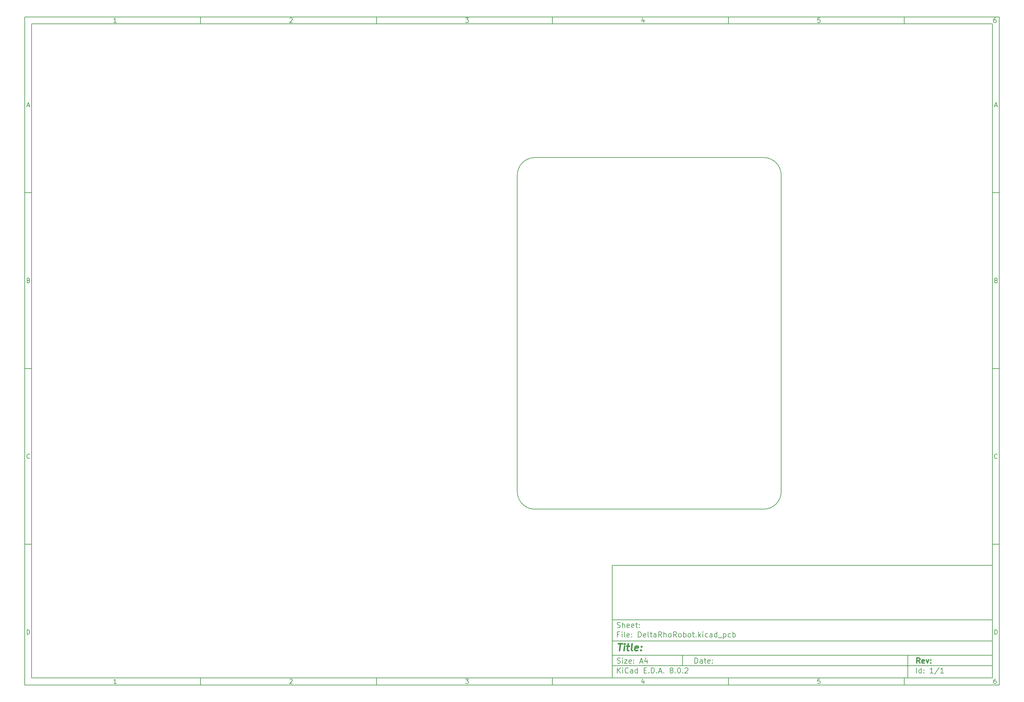
<source format=gbr>
%TF.GenerationSoftware,KiCad,Pcbnew,8.0.2-8.0.2-0~ubuntu22.04.1*%
%TF.CreationDate,2024-05-21T13:10:05-04:00*%
%TF.ProjectId,DeltaRhoRobot,44656c74-6152-4686-9f52-6f626f742e6b,rev?*%
%TF.SameCoordinates,Original*%
%TF.FileFunction,Profile,NP*%
%FSLAX46Y46*%
G04 Gerber Fmt 4.6, Leading zero omitted, Abs format (unit mm)*
G04 Created by KiCad (PCBNEW 8.0.2-8.0.2-0~ubuntu22.04.1) date 2024-05-21 13:10:05*
%MOMM*%
%LPD*%
G01*
G04 APERTURE LIST*
%ADD10C,0.100000*%
%ADD11C,0.150000*%
%ADD12C,0.300000*%
%ADD13C,0.400000*%
%TA.AperFunction,Profile*%
%ADD14C,0.200000*%
%TD*%
G04 APERTURE END LIST*
D10*
D11*
X177002200Y-166007200D02*
X285002200Y-166007200D01*
X285002200Y-198007200D01*
X177002200Y-198007200D01*
X177002200Y-166007200D01*
D10*
D11*
X10000000Y-10000000D02*
X287002200Y-10000000D01*
X287002200Y-200007200D01*
X10000000Y-200007200D01*
X10000000Y-10000000D01*
D10*
D11*
X12000000Y-12000000D02*
X285002200Y-12000000D01*
X285002200Y-198007200D01*
X12000000Y-198007200D01*
X12000000Y-12000000D01*
D10*
D11*
X60000000Y-12000000D02*
X60000000Y-10000000D01*
D10*
D11*
X110000000Y-12000000D02*
X110000000Y-10000000D01*
D10*
D11*
X160000000Y-12000000D02*
X160000000Y-10000000D01*
D10*
D11*
X210000000Y-12000000D02*
X210000000Y-10000000D01*
D10*
D11*
X260000000Y-12000000D02*
X260000000Y-10000000D01*
D10*
D11*
X36089160Y-11593604D02*
X35346303Y-11593604D01*
X35717731Y-11593604D02*
X35717731Y-10293604D01*
X35717731Y-10293604D02*
X35593922Y-10479319D01*
X35593922Y-10479319D02*
X35470112Y-10603128D01*
X35470112Y-10603128D02*
X35346303Y-10665033D01*
D10*
D11*
X85346303Y-10417414D02*
X85408207Y-10355509D01*
X85408207Y-10355509D02*
X85532017Y-10293604D01*
X85532017Y-10293604D02*
X85841541Y-10293604D01*
X85841541Y-10293604D02*
X85965350Y-10355509D01*
X85965350Y-10355509D02*
X86027255Y-10417414D01*
X86027255Y-10417414D02*
X86089160Y-10541223D01*
X86089160Y-10541223D02*
X86089160Y-10665033D01*
X86089160Y-10665033D02*
X86027255Y-10850747D01*
X86027255Y-10850747D02*
X85284398Y-11593604D01*
X85284398Y-11593604D02*
X86089160Y-11593604D01*
D10*
D11*
X135284398Y-10293604D02*
X136089160Y-10293604D01*
X136089160Y-10293604D02*
X135655826Y-10788842D01*
X135655826Y-10788842D02*
X135841541Y-10788842D01*
X135841541Y-10788842D02*
X135965350Y-10850747D01*
X135965350Y-10850747D02*
X136027255Y-10912652D01*
X136027255Y-10912652D02*
X136089160Y-11036461D01*
X136089160Y-11036461D02*
X136089160Y-11345985D01*
X136089160Y-11345985D02*
X136027255Y-11469795D01*
X136027255Y-11469795D02*
X135965350Y-11531700D01*
X135965350Y-11531700D02*
X135841541Y-11593604D01*
X135841541Y-11593604D02*
X135470112Y-11593604D01*
X135470112Y-11593604D02*
X135346303Y-11531700D01*
X135346303Y-11531700D02*
X135284398Y-11469795D01*
D10*
D11*
X185965350Y-10726938D02*
X185965350Y-11593604D01*
X185655826Y-10231700D02*
X185346303Y-11160271D01*
X185346303Y-11160271D02*
X186151064Y-11160271D01*
D10*
D11*
X236027255Y-10293604D02*
X235408207Y-10293604D01*
X235408207Y-10293604D02*
X235346303Y-10912652D01*
X235346303Y-10912652D02*
X235408207Y-10850747D01*
X235408207Y-10850747D02*
X235532017Y-10788842D01*
X235532017Y-10788842D02*
X235841541Y-10788842D01*
X235841541Y-10788842D02*
X235965350Y-10850747D01*
X235965350Y-10850747D02*
X236027255Y-10912652D01*
X236027255Y-10912652D02*
X236089160Y-11036461D01*
X236089160Y-11036461D02*
X236089160Y-11345985D01*
X236089160Y-11345985D02*
X236027255Y-11469795D01*
X236027255Y-11469795D02*
X235965350Y-11531700D01*
X235965350Y-11531700D02*
X235841541Y-11593604D01*
X235841541Y-11593604D02*
X235532017Y-11593604D01*
X235532017Y-11593604D02*
X235408207Y-11531700D01*
X235408207Y-11531700D02*
X235346303Y-11469795D01*
D10*
D11*
X285965350Y-10293604D02*
X285717731Y-10293604D01*
X285717731Y-10293604D02*
X285593922Y-10355509D01*
X285593922Y-10355509D02*
X285532017Y-10417414D01*
X285532017Y-10417414D02*
X285408207Y-10603128D01*
X285408207Y-10603128D02*
X285346303Y-10850747D01*
X285346303Y-10850747D02*
X285346303Y-11345985D01*
X285346303Y-11345985D02*
X285408207Y-11469795D01*
X285408207Y-11469795D02*
X285470112Y-11531700D01*
X285470112Y-11531700D02*
X285593922Y-11593604D01*
X285593922Y-11593604D02*
X285841541Y-11593604D01*
X285841541Y-11593604D02*
X285965350Y-11531700D01*
X285965350Y-11531700D02*
X286027255Y-11469795D01*
X286027255Y-11469795D02*
X286089160Y-11345985D01*
X286089160Y-11345985D02*
X286089160Y-11036461D01*
X286089160Y-11036461D02*
X286027255Y-10912652D01*
X286027255Y-10912652D02*
X285965350Y-10850747D01*
X285965350Y-10850747D02*
X285841541Y-10788842D01*
X285841541Y-10788842D02*
X285593922Y-10788842D01*
X285593922Y-10788842D02*
X285470112Y-10850747D01*
X285470112Y-10850747D02*
X285408207Y-10912652D01*
X285408207Y-10912652D02*
X285346303Y-11036461D01*
D10*
D11*
X60000000Y-198007200D02*
X60000000Y-200007200D01*
D10*
D11*
X110000000Y-198007200D02*
X110000000Y-200007200D01*
D10*
D11*
X160000000Y-198007200D02*
X160000000Y-200007200D01*
D10*
D11*
X210000000Y-198007200D02*
X210000000Y-200007200D01*
D10*
D11*
X260000000Y-198007200D02*
X260000000Y-200007200D01*
D10*
D11*
X36089160Y-199600804D02*
X35346303Y-199600804D01*
X35717731Y-199600804D02*
X35717731Y-198300804D01*
X35717731Y-198300804D02*
X35593922Y-198486519D01*
X35593922Y-198486519D02*
X35470112Y-198610328D01*
X35470112Y-198610328D02*
X35346303Y-198672233D01*
D10*
D11*
X85346303Y-198424614D02*
X85408207Y-198362709D01*
X85408207Y-198362709D02*
X85532017Y-198300804D01*
X85532017Y-198300804D02*
X85841541Y-198300804D01*
X85841541Y-198300804D02*
X85965350Y-198362709D01*
X85965350Y-198362709D02*
X86027255Y-198424614D01*
X86027255Y-198424614D02*
X86089160Y-198548423D01*
X86089160Y-198548423D02*
X86089160Y-198672233D01*
X86089160Y-198672233D02*
X86027255Y-198857947D01*
X86027255Y-198857947D02*
X85284398Y-199600804D01*
X85284398Y-199600804D02*
X86089160Y-199600804D01*
D10*
D11*
X135284398Y-198300804D02*
X136089160Y-198300804D01*
X136089160Y-198300804D02*
X135655826Y-198796042D01*
X135655826Y-198796042D02*
X135841541Y-198796042D01*
X135841541Y-198796042D02*
X135965350Y-198857947D01*
X135965350Y-198857947D02*
X136027255Y-198919852D01*
X136027255Y-198919852D02*
X136089160Y-199043661D01*
X136089160Y-199043661D02*
X136089160Y-199353185D01*
X136089160Y-199353185D02*
X136027255Y-199476995D01*
X136027255Y-199476995D02*
X135965350Y-199538900D01*
X135965350Y-199538900D02*
X135841541Y-199600804D01*
X135841541Y-199600804D02*
X135470112Y-199600804D01*
X135470112Y-199600804D02*
X135346303Y-199538900D01*
X135346303Y-199538900D02*
X135284398Y-199476995D01*
D10*
D11*
X185965350Y-198734138D02*
X185965350Y-199600804D01*
X185655826Y-198238900D02*
X185346303Y-199167471D01*
X185346303Y-199167471D02*
X186151064Y-199167471D01*
D10*
D11*
X236027255Y-198300804D02*
X235408207Y-198300804D01*
X235408207Y-198300804D02*
X235346303Y-198919852D01*
X235346303Y-198919852D02*
X235408207Y-198857947D01*
X235408207Y-198857947D02*
X235532017Y-198796042D01*
X235532017Y-198796042D02*
X235841541Y-198796042D01*
X235841541Y-198796042D02*
X235965350Y-198857947D01*
X235965350Y-198857947D02*
X236027255Y-198919852D01*
X236027255Y-198919852D02*
X236089160Y-199043661D01*
X236089160Y-199043661D02*
X236089160Y-199353185D01*
X236089160Y-199353185D02*
X236027255Y-199476995D01*
X236027255Y-199476995D02*
X235965350Y-199538900D01*
X235965350Y-199538900D02*
X235841541Y-199600804D01*
X235841541Y-199600804D02*
X235532017Y-199600804D01*
X235532017Y-199600804D02*
X235408207Y-199538900D01*
X235408207Y-199538900D02*
X235346303Y-199476995D01*
D10*
D11*
X285965350Y-198300804D02*
X285717731Y-198300804D01*
X285717731Y-198300804D02*
X285593922Y-198362709D01*
X285593922Y-198362709D02*
X285532017Y-198424614D01*
X285532017Y-198424614D02*
X285408207Y-198610328D01*
X285408207Y-198610328D02*
X285346303Y-198857947D01*
X285346303Y-198857947D02*
X285346303Y-199353185D01*
X285346303Y-199353185D02*
X285408207Y-199476995D01*
X285408207Y-199476995D02*
X285470112Y-199538900D01*
X285470112Y-199538900D02*
X285593922Y-199600804D01*
X285593922Y-199600804D02*
X285841541Y-199600804D01*
X285841541Y-199600804D02*
X285965350Y-199538900D01*
X285965350Y-199538900D02*
X286027255Y-199476995D01*
X286027255Y-199476995D02*
X286089160Y-199353185D01*
X286089160Y-199353185D02*
X286089160Y-199043661D01*
X286089160Y-199043661D02*
X286027255Y-198919852D01*
X286027255Y-198919852D02*
X285965350Y-198857947D01*
X285965350Y-198857947D02*
X285841541Y-198796042D01*
X285841541Y-198796042D02*
X285593922Y-198796042D01*
X285593922Y-198796042D02*
X285470112Y-198857947D01*
X285470112Y-198857947D02*
X285408207Y-198919852D01*
X285408207Y-198919852D02*
X285346303Y-199043661D01*
D10*
D11*
X10000000Y-60000000D02*
X12000000Y-60000000D01*
D10*
D11*
X10000000Y-110000000D02*
X12000000Y-110000000D01*
D10*
D11*
X10000000Y-160000000D02*
X12000000Y-160000000D01*
D10*
D11*
X10690476Y-35222176D02*
X11309523Y-35222176D01*
X10566666Y-35593604D02*
X10999999Y-34293604D01*
X10999999Y-34293604D02*
X11433333Y-35593604D01*
D10*
D11*
X11092857Y-84912652D02*
X11278571Y-84974557D01*
X11278571Y-84974557D02*
X11340476Y-85036461D01*
X11340476Y-85036461D02*
X11402380Y-85160271D01*
X11402380Y-85160271D02*
X11402380Y-85345985D01*
X11402380Y-85345985D02*
X11340476Y-85469795D01*
X11340476Y-85469795D02*
X11278571Y-85531700D01*
X11278571Y-85531700D02*
X11154761Y-85593604D01*
X11154761Y-85593604D02*
X10659523Y-85593604D01*
X10659523Y-85593604D02*
X10659523Y-84293604D01*
X10659523Y-84293604D02*
X11092857Y-84293604D01*
X11092857Y-84293604D02*
X11216666Y-84355509D01*
X11216666Y-84355509D02*
X11278571Y-84417414D01*
X11278571Y-84417414D02*
X11340476Y-84541223D01*
X11340476Y-84541223D02*
X11340476Y-84665033D01*
X11340476Y-84665033D02*
X11278571Y-84788842D01*
X11278571Y-84788842D02*
X11216666Y-84850747D01*
X11216666Y-84850747D02*
X11092857Y-84912652D01*
X11092857Y-84912652D02*
X10659523Y-84912652D01*
D10*
D11*
X11402380Y-135469795D02*
X11340476Y-135531700D01*
X11340476Y-135531700D02*
X11154761Y-135593604D01*
X11154761Y-135593604D02*
X11030952Y-135593604D01*
X11030952Y-135593604D02*
X10845238Y-135531700D01*
X10845238Y-135531700D02*
X10721428Y-135407890D01*
X10721428Y-135407890D02*
X10659523Y-135284080D01*
X10659523Y-135284080D02*
X10597619Y-135036461D01*
X10597619Y-135036461D02*
X10597619Y-134850747D01*
X10597619Y-134850747D02*
X10659523Y-134603128D01*
X10659523Y-134603128D02*
X10721428Y-134479319D01*
X10721428Y-134479319D02*
X10845238Y-134355509D01*
X10845238Y-134355509D02*
X11030952Y-134293604D01*
X11030952Y-134293604D02*
X11154761Y-134293604D01*
X11154761Y-134293604D02*
X11340476Y-134355509D01*
X11340476Y-134355509D02*
X11402380Y-134417414D01*
D10*
D11*
X10659523Y-185593604D02*
X10659523Y-184293604D01*
X10659523Y-184293604D02*
X10969047Y-184293604D01*
X10969047Y-184293604D02*
X11154761Y-184355509D01*
X11154761Y-184355509D02*
X11278571Y-184479319D01*
X11278571Y-184479319D02*
X11340476Y-184603128D01*
X11340476Y-184603128D02*
X11402380Y-184850747D01*
X11402380Y-184850747D02*
X11402380Y-185036461D01*
X11402380Y-185036461D02*
X11340476Y-185284080D01*
X11340476Y-185284080D02*
X11278571Y-185407890D01*
X11278571Y-185407890D02*
X11154761Y-185531700D01*
X11154761Y-185531700D02*
X10969047Y-185593604D01*
X10969047Y-185593604D02*
X10659523Y-185593604D01*
D10*
D11*
X287002200Y-60000000D02*
X285002200Y-60000000D01*
D10*
D11*
X287002200Y-110000000D02*
X285002200Y-110000000D01*
D10*
D11*
X287002200Y-160000000D02*
X285002200Y-160000000D01*
D10*
D11*
X285692676Y-35222176D02*
X286311723Y-35222176D01*
X285568866Y-35593604D02*
X286002199Y-34293604D01*
X286002199Y-34293604D02*
X286435533Y-35593604D01*
D10*
D11*
X286095057Y-84912652D02*
X286280771Y-84974557D01*
X286280771Y-84974557D02*
X286342676Y-85036461D01*
X286342676Y-85036461D02*
X286404580Y-85160271D01*
X286404580Y-85160271D02*
X286404580Y-85345985D01*
X286404580Y-85345985D02*
X286342676Y-85469795D01*
X286342676Y-85469795D02*
X286280771Y-85531700D01*
X286280771Y-85531700D02*
X286156961Y-85593604D01*
X286156961Y-85593604D02*
X285661723Y-85593604D01*
X285661723Y-85593604D02*
X285661723Y-84293604D01*
X285661723Y-84293604D02*
X286095057Y-84293604D01*
X286095057Y-84293604D02*
X286218866Y-84355509D01*
X286218866Y-84355509D02*
X286280771Y-84417414D01*
X286280771Y-84417414D02*
X286342676Y-84541223D01*
X286342676Y-84541223D02*
X286342676Y-84665033D01*
X286342676Y-84665033D02*
X286280771Y-84788842D01*
X286280771Y-84788842D02*
X286218866Y-84850747D01*
X286218866Y-84850747D02*
X286095057Y-84912652D01*
X286095057Y-84912652D02*
X285661723Y-84912652D01*
D10*
D11*
X286404580Y-135469795D02*
X286342676Y-135531700D01*
X286342676Y-135531700D02*
X286156961Y-135593604D01*
X286156961Y-135593604D02*
X286033152Y-135593604D01*
X286033152Y-135593604D02*
X285847438Y-135531700D01*
X285847438Y-135531700D02*
X285723628Y-135407890D01*
X285723628Y-135407890D02*
X285661723Y-135284080D01*
X285661723Y-135284080D02*
X285599819Y-135036461D01*
X285599819Y-135036461D02*
X285599819Y-134850747D01*
X285599819Y-134850747D02*
X285661723Y-134603128D01*
X285661723Y-134603128D02*
X285723628Y-134479319D01*
X285723628Y-134479319D02*
X285847438Y-134355509D01*
X285847438Y-134355509D02*
X286033152Y-134293604D01*
X286033152Y-134293604D02*
X286156961Y-134293604D01*
X286156961Y-134293604D02*
X286342676Y-134355509D01*
X286342676Y-134355509D02*
X286404580Y-134417414D01*
D10*
D11*
X285661723Y-185593604D02*
X285661723Y-184293604D01*
X285661723Y-184293604D02*
X285971247Y-184293604D01*
X285971247Y-184293604D02*
X286156961Y-184355509D01*
X286156961Y-184355509D02*
X286280771Y-184479319D01*
X286280771Y-184479319D02*
X286342676Y-184603128D01*
X286342676Y-184603128D02*
X286404580Y-184850747D01*
X286404580Y-184850747D02*
X286404580Y-185036461D01*
X286404580Y-185036461D02*
X286342676Y-185284080D01*
X286342676Y-185284080D02*
X286280771Y-185407890D01*
X286280771Y-185407890D02*
X286156961Y-185531700D01*
X286156961Y-185531700D02*
X285971247Y-185593604D01*
X285971247Y-185593604D02*
X285661723Y-185593604D01*
D10*
D11*
X200458026Y-193793328D02*
X200458026Y-192293328D01*
X200458026Y-192293328D02*
X200815169Y-192293328D01*
X200815169Y-192293328D02*
X201029455Y-192364757D01*
X201029455Y-192364757D02*
X201172312Y-192507614D01*
X201172312Y-192507614D02*
X201243741Y-192650471D01*
X201243741Y-192650471D02*
X201315169Y-192936185D01*
X201315169Y-192936185D02*
X201315169Y-193150471D01*
X201315169Y-193150471D02*
X201243741Y-193436185D01*
X201243741Y-193436185D02*
X201172312Y-193579042D01*
X201172312Y-193579042D02*
X201029455Y-193721900D01*
X201029455Y-193721900D02*
X200815169Y-193793328D01*
X200815169Y-193793328D02*
X200458026Y-193793328D01*
X202600884Y-193793328D02*
X202600884Y-193007614D01*
X202600884Y-193007614D02*
X202529455Y-192864757D01*
X202529455Y-192864757D02*
X202386598Y-192793328D01*
X202386598Y-192793328D02*
X202100884Y-192793328D01*
X202100884Y-192793328D02*
X201958026Y-192864757D01*
X202600884Y-193721900D02*
X202458026Y-193793328D01*
X202458026Y-193793328D02*
X202100884Y-193793328D01*
X202100884Y-193793328D02*
X201958026Y-193721900D01*
X201958026Y-193721900D02*
X201886598Y-193579042D01*
X201886598Y-193579042D02*
X201886598Y-193436185D01*
X201886598Y-193436185D02*
X201958026Y-193293328D01*
X201958026Y-193293328D02*
X202100884Y-193221900D01*
X202100884Y-193221900D02*
X202458026Y-193221900D01*
X202458026Y-193221900D02*
X202600884Y-193150471D01*
X203100884Y-192793328D02*
X203672312Y-192793328D01*
X203315169Y-192293328D02*
X203315169Y-193579042D01*
X203315169Y-193579042D02*
X203386598Y-193721900D01*
X203386598Y-193721900D02*
X203529455Y-193793328D01*
X203529455Y-193793328D02*
X203672312Y-193793328D01*
X204743741Y-193721900D02*
X204600884Y-193793328D01*
X204600884Y-193793328D02*
X204315170Y-193793328D01*
X204315170Y-193793328D02*
X204172312Y-193721900D01*
X204172312Y-193721900D02*
X204100884Y-193579042D01*
X204100884Y-193579042D02*
X204100884Y-193007614D01*
X204100884Y-193007614D02*
X204172312Y-192864757D01*
X204172312Y-192864757D02*
X204315170Y-192793328D01*
X204315170Y-192793328D02*
X204600884Y-192793328D01*
X204600884Y-192793328D02*
X204743741Y-192864757D01*
X204743741Y-192864757D02*
X204815170Y-193007614D01*
X204815170Y-193007614D02*
X204815170Y-193150471D01*
X204815170Y-193150471D02*
X204100884Y-193293328D01*
X205458026Y-193650471D02*
X205529455Y-193721900D01*
X205529455Y-193721900D02*
X205458026Y-193793328D01*
X205458026Y-193793328D02*
X205386598Y-193721900D01*
X205386598Y-193721900D02*
X205458026Y-193650471D01*
X205458026Y-193650471D02*
X205458026Y-193793328D01*
X205458026Y-192864757D02*
X205529455Y-192936185D01*
X205529455Y-192936185D02*
X205458026Y-193007614D01*
X205458026Y-193007614D02*
X205386598Y-192936185D01*
X205386598Y-192936185D02*
X205458026Y-192864757D01*
X205458026Y-192864757D02*
X205458026Y-193007614D01*
D10*
D11*
X177002200Y-194507200D02*
X285002200Y-194507200D01*
D10*
D11*
X178458026Y-196593328D02*
X178458026Y-195093328D01*
X179315169Y-196593328D02*
X178672312Y-195736185D01*
X179315169Y-195093328D02*
X178458026Y-195950471D01*
X179958026Y-196593328D02*
X179958026Y-195593328D01*
X179958026Y-195093328D02*
X179886598Y-195164757D01*
X179886598Y-195164757D02*
X179958026Y-195236185D01*
X179958026Y-195236185D02*
X180029455Y-195164757D01*
X180029455Y-195164757D02*
X179958026Y-195093328D01*
X179958026Y-195093328D02*
X179958026Y-195236185D01*
X181529455Y-196450471D02*
X181458027Y-196521900D01*
X181458027Y-196521900D02*
X181243741Y-196593328D01*
X181243741Y-196593328D02*
X181100884Y-196593328D01*
X181100884Y-196593328D02*
X180886598Y-196521900D01*
X180886598Y-196521900D02*
X180743741Y-196379042D01*
X180743741Y-196379042D02*
X180672312Y-196236185D01*
X180672312Y-196236185D02*
X180600884Y-195950471D01*
X180600884Y-195950471D02*
X180600884Y-195736185D01*
X180600884Y-195736185D02*
X180672312Y-195450471D01*
X180672312Y-195450471D02*
X180743741Y-195307614D01*
X180743741Y-195307614D02*
X180886598Y-195164757D01*
X180886598Y-195164757D02*
X181100884Y-195093328D01*
X181100884Y-195093328D02*
X181243741Y-195093328D01*
X181243741Y-195093328D02*
X181458027Y-195164757D01*
X181458027Y-195164757D02*
X181529455Y-195236185D01*
X182815170Y-196593328D02*
X182815170Y-195807614D01*
X182815170Y-195807614D02*
X182743741Y-195664757D01*
X182743741Y-195664757D02*
X182600884Y-195593328D01*
X182600884Y-195593328D02*
X182315170Y-195593328D01*
X182315170Y-195593328D02*
X182172312Y-195664757D01*
X182815170Y-196521900D02*
X182672312Y-196593328D01*
X182672312Y-196593328D02*
X182315170Y-196593328D01*
X182315170Y-196593328D02*
X182172312Y-196521900D01*
X182172312Y-196521900D02*
X182100884Y-196379042D01*
X182100884Y-196379042D02*
X182100884Y-196236185D01*
X182100884Y-196236185D02*
X182172312Y-196093328D01*
X182172312Y-196093328D02*
X182315170Y-196021900D01*
X182315170Y-196021900D02*
X182672312Y-196021900D01*
X182672312Y-196021900D02*
X182815170Y-195950471D01*
X184172313Y-196593328D02*
X184172313Y-195093328D01*
X184172313Y-196521900D02*
X184029455Y-196593328D01*
X184029455Y-196593328D02*
X183743741Y-196593328D01*
X183743741Y-196593328D02*
X183600884Y-196521900D01*
X183600884Y-196521900D02*
X183529455Y-196450471D01*
X183529455Y-196450471D02*
X183458027Y-196307614D01*
X183458027Y-196307614D02*
X183458027Y-195879042D01*
X183458027Y-195879042D02*
X183529455Y-195736185D01*
X183529455Y-195736185D02*
X183600884Y-195664757D01*
X183600884Y-195664757D02*
X183743741Y-195593328D01*
X183743741Y-195593328D02*
X184029455Y-195593328D01*
X184029455Y-195593328D02*
X184172313Y-195664757D01*
X186029455Y-195807614D02*
X186529455Y-195807614D01*
X186743741Y-196593328D02*
X186029455Y-196593328D01*
X186029455Y-196593328D02*
X186029455Y-195093328D01*
X186029455Y-195093328D02*
X186743741Y-195093328D01*
X187386598Y-196450471D02*
X187458027Y-196521900D01*
X187458027Y-196521900D02*
X187386598Y-196593328D01*
X187386598Y-196593328D02*
X187315170Y-196521900D01*
X187315170Y-196521900D02*
X187386598Y-196450471D01*
X187386598Y-196450471D02*
X187386598Y-196593328D01*
X188100884Y-196593328D02*
X188100884Y-195093328D01*
X188100884Y-195093328D02*
X188458027Y-195093328D01*
X188458027Y-195093328D02*
X188672313Y-195164757D01*
X188672313Y-195164757D02*
X188815170Y-195307614D01*
X188815170Y-195307614D02*
X188886599Y-195450471D01*
X188886599Y-195450471D02*
X188958027Y-195736185D01*
X188958027Y-195736185D02*
X188958027Y-195950471D01*
X188958027Y-195950471D02*
X188886599Y-196236185D01*
X188886599Y-196236185D02*
X188815170Y-196379042D01*
X188815170Y-196379042D02*
X188672313Y-196521900D01*
X188672313Y-196521900D02*
X188458027Y-196593328D01*
X188458027Y-196593328D02*
X188100884Y-196593328D01*
X189600884Y-196450471D02*
X189672313Y-196521900D01*
X189672313Y-196521900D02*
X189600884Y-196593328D01*
X189600884Y-196593328D02*
X189529456Y-196521900D01*
X189529456Y-196521900D02*
X189600884Y-196450471D01*
X189600884Y-196450471D02*
X189600884Y-196593328D01*
X190243742Y-196164757D02*
X190958028Y-196164757D01*
X190100885Y-196593328D02*
X190600885Y-195093328D01*
X190600885Y-195093328D02*
X191100885Y-196593328D01*
X191600884Y-196450471D02*
X191672313Y-196521900D01*
X191672313Y-196521900D02*
X191600884Y-196593328D01*
X191600884Y-196593328D02*
X191529456Y-196521900D01*
X191529456Y-196521900D02*
X191600884Y-196450471D01*
X191600884Y-196450471D02*
X191600884Y-196593328D01*
X193672313Y-195736185D02*
X193529456Y-195664757D01*
X193529456Y-195664757D02*
X193458027Y-195593328D01*
X193458027Y-195593328D02*
X193386599Y-195450471D01*
X193386599Y-195450471D02*
X193386599Y-195379042D01*
X193386599Y-195379042D02*
X193458027Y-195236185D01*
X193458027Y-195236185D02*
X193529456Y-195164757D01*
X193529456Y-195164757D02*
X193672313Y-195093328D01*
X193672313Y-195093328D02*
X193958027Y-195093328D01*
X193958027Y-195093328D02*
X194100885Y-195164757D01*
X194100885Y-195164757D02*
X194172313Y-195236185D01*
X194172313Y-195236185D02*
X194243742Y-195379042D01*
X194243742Y-195379042D02*
X194243742Y-195450471D01*
X194243742Y-195450471D02*
X194172313Y-195593328D01*
X194172313Y-195593328D02*
X194100885Y-195664757D01*
X194100885Y-195664757D02*
X193958027Y-195736185D01*
X193958027Y-195736185D02*
X193672313Y-195736185D01*
X193672313Y-195736185D02*
X193529456Y-195807614D01*
X193529456Y-195807614D02*
X193458027Y-195879042D01*
X193458027Y-195879042D02*
X193386599Y-196021900D01*
X193386599Y-196021900D02*
X193386599Y-196307614D01*
X193386599Y-196307614D02*
X193458027Y-196450471D01*
X193458027Y-196450471D02*
X193529456Y-196521900D01*
X193529456Y-196521900D02*
X193672313Y-196593328D01*
X193672313Y-196593328D02*
X193958027Y-196593328D01*
X193958027Y-196593328D02*
X194100885Y-196521900D01*
X194100885Y-196521900D02*
X194172313Y-196450471D01*
X194172313Y-196450471D02*
X194243742Y-196307614D01*
X194243742Y-196307614D02*
X194243742Y-196021900D01*
X194243742Y-196021900D02*
X194172313Y-195879042D01*
X194172313Y-195879042D02*
X194100885Y-195807614D01*
X194100885Y-195807614D02*
X193958027Y-195736185D01*
X194886598Y-196450471D02*
X194958027Y-196521900D01*
X194958027Y-196521900D02*
X194886598Y-196593328D01*
X194886598Y-196593328D02*
X194815170Y-196521900D01*
X194815170Y-196521900D02*
X194886598Y-196450471D01*
X194886598Y-196450471D02*
X194886598Y-196593328D01*
X195886599Y-195093328D02*
X196029456Y-195093328D01*
X196029456Y-195093328D02*
X196172313Y-195164757D01*
X196172313Y-195164757D02*
X196243742Y-195236185D01*
X196243742Y-195236185D02*
X196315170Y-195379042D01*
X196315170Y-195379042D02*
X196386599Y-195664757D01*
X196386599Y-195664757D02*
X196386599Y-196021900D01*
X196386599Y-196021900D02*
X196315170Y-196307614D01*
X196315170Y-196307614D02*
X196243742Y-196450471D01*
X196243742Y-196450471D02*
X196172313Y-196521900D01*
X196172313Y-196521900D02*
X196029456Y-196593328D01*
X196029456Y-196593328D02*
X195886599Y-196593328D01*
X195886599Y-196593328D02*
X195743742Y-196521900D01*
X195743742Y-196521900D02*
X195672313Y-196450471D01*
X195672313Y-196450471D02*
X195600884Y-196307614D01*
X195600884Y-196307614D02*
X195529456Y-196021900D01*
X195529456Y-196021900D02*
X195529456Y-195664757D01*
X195529456Y-195664757D02*
X195600884Y-195379042D01*
X195600884Y-195379042D02*
X195672313Y-195236185D01*
X195672313Y-195236185D02*
X195743742Y-195164757D01*
X195743742Y-195164757D02*
X195886599Y-195093328D01*
X197029455Y-196450471D02*
X197100884Y-196521900D01*
X197100884Y-196521900D02*
X197029455Y-196593328D01*
X197029455Y-196593328D02*
X196958027Y-196521900D01*
X196958027Y-196521900D02*
X197029455Y-196450471D01*
X197029455Y-196450471D02*
X197029455Y-196593328D01*
X197672313Y-195236185D02*
X197743741Y-195164757D01*
X197743741Y-195164757D02*
X197886599Y-195093328D01*
X197886599Y-195093328D02*
X198243741Y-195093328D01*
X198243741Y-195093328D02*
X198386599Y-195164757D01*
X198386599Y-195164757D02*
X198458027Y-195236185D01*
X198458027Y-195236185D02*
X198529456Y-195379042D01*
X198529456Y-195379042D02*
X198529456Y-195521900D01*
X198529456Y-195521900D02*
X198458027Y-195736185D01*
X198458027Y-195736185D02*
X197600884Y-196593328D01*
X197600884Y-196593328D02*
X198529456Y-196593328D01*
D10*
D11*
X177002200Y-191507200D02*
X285002200Y-191507200D01*
D10*
D12*
X264413853Y-193785528D02*
X263913853Y-193071242D01*
X263556710Y-193785528D02*
X263556710Y-192285528D01*
X263556710Y-192285528D02*
X264128139Y-192285528D01*
X264128139Y-192285528D02*
X264270996Y-192356957D01*
X264270996Y-192356957D02*
X264342425Y-192428385D01*
X264342425Y-192428385D02*
X264413853Y-192571242D01*
X264413853Y-192571242D02*
X264413853Y-192785528D01*
X264413853Y-192785528D02*
X264342425Y-192928385D01*
X264342425Y-192928385D02*
X264270996Y-192999814D01*
X264270996Y-192999814D02*
X264128139Y-193071242D01*
X264128139Y-193071242D02*
X263556710Y-193071242D01*
X265628139Y-193714100D02*
X265485282Y-193785528D01*
X265485282Y-193785528D02*
X265199568Y-193785528D01*
X265199568Y-193785528D02*
X265056710Y-193714100D01*
X265056710Y-193714100D02*
X264985282Y-193571242D01*
X264985282Y-193571242D02*
X264985282Y-192999814D01*
X264985282Y-192999814D02*
X265056710Y-192856957D01*
X265056710Y-192856957D02*
X265199568Y-192785528D01*
X265199568Y-192785528D02*
X265485282Y-192785528D01*
X265485282Y-192785528D02*
X265628139Y-192856957D01*
X265628139Y-192856957D02*
X265699568Y-192999814D01*
X265699568Y-192999814D02*
X265699568Y-193142671D01*
X265699568Y-193142671D02*
X264985282Y-193285528D01*
X266199567Y-192785528D02*
X266556710Y-193785528D01*
X266556710Y-193785528D02*
X266913853Y-192785528D01*
X267485281Y-193642671D02*
X267556710Y-193714100D01*
X267556710Y-193714100D02*
X267485281Y-193785528D01*
X267485281Y-193785528D02*
X267413853Y-193714100D01*
X267413853Y-193714100D02*
X267485281Y-193642671D01*
X267485281Y-193642671D02*
X267485281Y-193785528D01*
X267485281Y-192856957D02*
X267556710Y-192928385D01*
X267556710Y-192928385D02*
X267485281Y-192999814D01*
X267485281Y-192999814D02*
X267413853Y-192928385D01*
X267413853Y-192928385D02*
X267485281Y-192856957D01*
X267485281Y-192856957D02*
X267485281Y-192999814D01*
D10*
D11*
X178386598Y-193721900D02*
X178600884Y-193793328D01*
X178600884Y-193793328D02*
X178958026Y-193793328D01*
X178958026Y-193793328D02*
X179100884Y-193721900D01*
X179100884Y-193721900D02*
X179172312Y-193650471D01*
X179172312Y-193650471D02*
X179243741Y-193507614D01*
X179243741Y-193507614D02*
X179243741Y-193364757D01*
X179243741Y-193364757D02*
X179172312Y-193221900D01*
X179172312Y-193221900D02*
X179100884Y-193150471D01*
X179100884Y-193150471D02*
X178958026Y-193079042D01*
X178958026Y-193079042D02*
X178672312Y-193007614D01*
X178672312Y-193007614D02*
X178529455Y-192936185D01*
X178529455Y-192936185D02*
X178458026Y-192864757D01*
X178458026Y-192864757D02*
X178386598Y-192721900D01*
X178386598Y-192721900D02*
X178386598Y-192579042D01*
X178386598Y-192579042D02*
X178458026Y-192436185D01*
X178458026Y-192436185D02*
X178529455Y-192364757D01*
X178529455Y-192364757D02*
X178672312Y-192293328D01*
X178672312Y-192293328D02*
X179029455Y-192293328D01*
X179029455Y-192293328D02*
X179243741Y-192364757D01*
X179886597Y-193793328D02*
X179886597Y-192793328D01*
X179886597Y-192293328D02*
X179815169Y-192364757D01*
X179815169Y-192364757D02*
X179886597Y-192436185D01*
X179886597Y-192436185D02*
X179958026Y-192364757D01*
X179958026Y-192364757D02*
X179886597Y-192293328D01*
X179886597Y-192293328D02*
X179886597Y-192436185D01*
X180458026Y-192793328D02*
X181243741Y-192793328D01*
X181243741Y-192793328D02*
X180458026Y-193793328D01*
X180458026Y-193793328D02*
X181243741Y-193793328D01*
X182386598Y-193721900D02*
X182243741Y-193793328D01*
X182243741Y-193793328D02*
X181958027Y-193793328D01*
X181958027Y-193793328D02*
X181815169Y-193721900D01*
X181815169Y-193721900D02*
X181743741Y-193579042D01*
X181743741Y-193579042D02*
X181743741Y-193007614D01*
X181743741Y-193007614D02*
X181815169Y-192864757D01*
X181815169Y-192864757D02*
X181958027Y-192793328D01*
X181958027Y-192793328D02*
X182243741Y-192793328D01*
X182243741Y-192793328D02*
X182386598Y-192864757D01*
X182386598Y-192864757D02*
X182458027Y-193007614D01*
X182458027Y-193007614D02*
X182458027Y-193150471D01*
X182458027Y-193150471D02*
X181743741Y-193293328D01*
X183100883Y-193650471D02*
X183172312Y-193721900D01*
X183172312Y-193721900D02*
X183100883Y-193793328D01*
X183100883Y-193793328D02*
X183029455Y-193721900D01*
X183029455Y-193721900D02*
X183100883Y-193650471D01*
X183100883Y-193650471D02*
X183100883Y-193793328D01*
X183100883Y-192864757D02*
X183172312Y-192936185D01*
X183172312Y-192936185D02*
X183100883Y-193007614D01*
X183100883Y-193007614D02*
X183029455Y-192936185D01*
X183029455Y-192936185D02*
X183100883Y-192864757D01*
X183100883Y-192864757D02*
X183100883Y-193007614D01*
X184886598Y-193364757D02*
X185600884Y-193364757D01*
X184743741Y-193793328D02*
X185243741Y-192293328D01*
X185243741Y-192293328D02*
X185743741Y-193793328D01*
X186886598Y-192793328D02*
X186886598Y-193793328D01*
X186529455Y-192221900D02*
X186172312Y-193293328D01*
X186172312Y-193293328D02*
X187100883Y-193293328D01*
D10*
D11*
X263458026Y-196593328D02*
X263458026Y-195093328D01*
X264815170Y-196593328D02*
X264815170Y-195093328D01*
X264815170Y-196521900D02*
X264672312Y-196593328D01*
X264672312Y-196593328D02*
X264386598Y-196593328D01*
X264386598Y-196593328D02*
X264243741Y-196521900D01*
X264243741Y-196521900D02*
X264172312Y-196450471D01*
X264172312Y-196450471D02*
X264100884Y-196307614D01*
X264100884Y-196307614D02*
X264100884Y-195879042D01*
X264100884Y-195879042D02*
X264172312Y-195736185D01*
X264172312Y-195736185D02*
X264243741Y-195664757D01*
X264243741Y-195664757D02*
X264386598Y-195593328D01*
X264386598Y-195593328D02*
X264672312Y-195593328D01*
X264672312Y-195593328D02*
X264815170Y-195664757D01*
X265529455Y-196450471D02*
X265600884Y-196521900D01*
X265600884Y-196521900D02*
X265529455Y-196593328D01*
X265529455Y-196593328D02*
X265458027Y-196521900D01*
X265458027Y-196521900D02*
X265529455Y-196450471D01*
X265529455Y-196450471D02*
X265529455Y-196593328D01*
X265529455Y-195664757D02*
X265600884Y-195736185D01*
X265600884Y-195736185D02*
X265529455Y-195807614D01*
X265529455Y-195807614D02*
X265458027Y-195736185D01*
X265458027Y-195736185D02*
X265529455Y-195664757D01*
X265529455Y-195664757D02*
X265529455Y-195807614D01*
X268172313Y-196593328D02*
X267315170Y-196593328D01*
X267743741Y-196593328D02*
X267743741Y-195093328D01*
X267743741Y-195093328D02*
X267600884Y-195307614D01*
X267600884Y-195307614D02*
X267458027Y-195450471D01*
X267458027Y-195450471D02*
X267315170Y-195521900D01*
X269886598Y-195021900D02*
X268600884Y-196950471D01*
X271172313Y-196593328D02*
X270315170Y-196593328D01*
X270743741Y-196593328D02*
X270743741Y-195093328D01*
X270743741Y-195093328D02*
X270600884Y-195307614D01*
X270600884Y-195307614D02*
X270458027Y-195450471D01*
X270458027Y-195450471D02*
X270315170Y-195521900D01*
D10*
D11*
X177002200Y-187507200D02*
X285002200Y-187507200D01*
D10*
D13*
X178693928Y-188211638D02*
X179836785Y-188211638D01*
X179015357Y-190211638D02*
X179265357Y-188211638D01*
X180253452Y-190211638D02*
X180420119Y-188878304D01*
X180503452Y-188211638D02*
X180396309Y-188306876D01*
X180396309Y-188306876D02*
X180479643Y-188402114D01*
X180479643Y-188402114D02*
X180586786Y-188306876D01*
X180586786Y-188306876D02*
X180503452Y-188211638D01*
X180503452Y-188211638D02*
X180479643Y-188402114D01*
X181086786Y-188878304D02*
X181848690Y-188878304D01*
X181455833Y-188211638D02*
X181241548Y-189925923D01*
X181241548Y-189925923D02*
X181312976Y-190116400D01*
X181312976Y-190116400D02*
X181491548Y-190211638D01*
X181491548Y-190211638D02*
X181682024Y-190211638D01*
X182634405Y-190211638D02*
X182455833Y-190116400D01*
X182455833Y-190116400D02*
X182384405Y-189925923D01*
X182384405Y-189925923D02*
X182598690Y-188211638D01*
X184170119Y-190116400D02*
X183967738Y-190211638D01*
X183967738Y-190211638D02*
X183586785Y-190211638D01*
X183586785Y-190211638D02*
X183408214Y-190116400D01*
X183408214Y-190116400D02*
X183336785Y-189925923D01*
X183336785Y-189925923D02*
X183432024Y-189164019D01*
X183432024Y-189164019D02*
X183551071Y-188973542D01*
X183551071Y-188973542D02*
X183753452Y-188878304D01*
X183753452Y-188878304D02*
X184134404Y-188878304D01*
X184134404Y-188878304D02*
X184312976Y-188973542D01*
X184312976Y-188973542D02*
X184384404Y-189164019D01*
X184384404Y-189164019D02*
X184360595Y-189354495D01*
X184360595Y-189354495D02*
X183384404Y-189544971D01*
X185134405Y-190021161D02*
X185217738Y-190116400D01*
X185217738Y-190116400D02*
X185110595Y-190211638D01*
X185110595Y-190211638D02*
X185027262Y-190116400D01*
X185027262Y-190116400D02*
X185134405Y-190021161D01*
X185134405Y-190021161D02*
X185110595Y-190211638D01*
X185265357Y-188973542D02*
X185348690Y-189068780D01*
X185348690Y-189068780D02*
X185241548Y-189164019D01*
X185241548Y-189164019D02*
X185158214Y-189068780D01*
X185158214Y-189068780D02*
X185265357Y-188973542D01*
X185265357Y-188973542D02*
X185241548Y-189164019D01*
D10*
D11*
X178958026Y-185607614D02*
X178458026Y-185607614D01*
X178458026Y-186393328D02*
X178458026Y-184893328D01*
X178458026Y-184893328D02*
X179172312Y-184893328D01*
X179743740Y-186393328D02*
X179743740Y-185393328D01*
X179743740Y-184893328D02*
X179672312Y-184964757D01*
X179672312Y-184964757D02*
X179743740Y-185036185D01*
X179743740Y-185036185D02*
X179815169Y-184964757D01*
X179815169Y-184964757D02*
X179743740Y-184893328D01*
X179743740Y-184893328D02*
X179743740Y-185036185D01*
X180672312Y-186393328D02*
X180529455Y-186321900D01*
X180529455Y-186321900D02*
X180458026Y-186179042D01*
X180458026Y-186179042D02*
X180458026Y-184893328D01*
X181815169Y-186321900D02*
X181672312Y-186393328D01*
X181672312Y-186393328D02*
X181386598Y-186393328D01*
X181386598Y-186393328D02*
X181243740Y-186321900D01*
X181243740Y-186321900D02*
X181172312Y-186179042D01*
X181172312Y-186179042D02*
X181172312Y-185607614D01*
X181172312Y-185607614D02*
X181243740Y-185464757D01*
X181243740Y-185464757D02*
X181386598Y-185393328D01*
X181386598Y-185393328D02*
X181672312Y-185393328D01*
X181672312Y-185393328D02*
X181815169Y-185464757D01*
X181815169Y-185464757D02*
X181886598Y-185607614D01*
X181886598Y-185607614D02*
X181886598Y-185750471D01*
X181886598Y-185750471D02*
X181172312Y-185893328D01*
X182529454Y-186250471D02*
X182600883Y-186321900D01*
X182600883Y-186321900D02*
X182529454Y-186393328D01*
X182529454Y-186393328D02*
X182458026Y-186321900D01*
X182458026Y-186321900D02*
X182529454Y-186250471D01*
X182529454Y-186250471D02*
X182529454Y-186393328D01*
X182529454Y-185464757D02*
X182600883Y-185536185D01*
X182600883Y-185536185D02*
X182529454Y-185607614D01*
X182529454Y-185607614D02*
X182458026Y-185536185D01*
X182458026Y-185536185D02*
X182529454Y-185464757D01*
X182529454Y-185464757D02*
X182529454Y-185607614D01*
X184386597Y-186393328D02*
X184386597Y-184893328D01*
X184386597Y-184893328D02*
X184743740Y-184893328D01*
X184743740Y-184893328D02*
X184958026Y-184964757D01*
X184958026Y-184964757D02*
X185100883Y-185107614D01*
X185100883Y-185107614D02*
X185172312Y-185250471D01*
X185172312Y-185250471D02*
X185243740Y-185536185D01*
X185243740Y-185536185D02*
X185243740Y-185750471D01*
X185243740Y-185750471D02*
X185172312Y-186036185D01*
X185172312Y-186036185D02*
X185100883Y-186179042D01*
X185100883Y-186179042D02*
X184958026Y-186321900D01*
X184958026Y-186321900D02*
X184743740Y-186393328D01*
X184743740Y-186393328D02*
X184386597Y-186393328D01*
X186458026Y-186321900D02*
X186315169Y-186393328D01*
X186315169Y-186393328D02*
X186029455Y-186393328D01*
X186029455Y-186393328D02*
X185886597Y-186321900D01*
X185886597Y-186321900D02*
X185815169Y-186179042D01*
X185815169Y-186179042D02*
X185815169Y-185607614D01*
X185815169Y-185607614D02*
X185886597Y-185464757D01*
X185886597Y-185464757D02*
X186029455Y-185393328D01*
X186029455Y-185393328D02*
X186315169Y-185393328D01*
X186315169Y-185393328D02*
X186458026Y-185464757D01*
X186458026Y-185464757D02*
X186529455Y-185607614D01*
X186529455Y-185607614D02*
X186529455Y-185750471D01*
X186529455Y-185750471D02*
X185815169Y-185893328D01*
X187386597Y-186393328D02*
X187243740Y-186321900D01*
X187243740Y-186321900D02*
X187172311Y-186179042D01*
X187172311Y-186179042D02*
X187172311Y-184893328D01*
X187743740Y-185393328D02*
X188315168Y-185393328D01*
X187958025Y-184893328D02*
X187958025Y-186179042D01*
X187958025Y-186179042D02*
X188029454Y-186321900D01*
X188029454Y-186321900D02*
X188172311Y-186393328D01*
X188172311Y-186393328D02*
X188315168Y-186393328D01*
X189458026Y-186393328D02*
X189458026Y-185607614D01*
X189458026Y-185607614D02*
X189386597Y-185464757D01*
X189386597Y-185464757D02*
X189243740Y-185393328D01*
X189243740Y-185393328D02*
X188958026Y-185393328D01*
X188958026Y-185393328D02*
X188815168Y-185464757D01*
X189458026Y-186321900D02*
X189315168Y-186393328D01*
X189315168Y-186393328D02*
X188958026Y-186393328D01*
X188958026Y-186393328D02*
X188815168Y-186321900D01*
X188815168Y-186321900D02*
X188743740Y-186179042D01*
X188743740Y-186179042D02*
X188743740Y-186036185D01*
X188743740Y-186036185D02*
X188815168Y-185893328D01*
X188815168Y-185893328D02*
X188958026Y-185821900D01*
X188958026Y-185821900D02*
X189315168Y-185821900D01*
X189315168Y-185821900D02*
X189458026Y-185750471D01*
X191029454Y-186393328D02*
X190529454Y-185679042D01*
X190172311Y-186393328D02*
X190172311Y-184893328D01*
X190172311Y-184893328D02*
X190743740Y-184893328D01*
X190743740Y-184893328D02*
X190886597Y-184964757D01*
X190886597Y-184964757D02*
X190958026Y-185036185D01*
X190958026Y-185036185D02*
X191029454Y-185179042D01*
X191029454Y-185179042D02*
X191029454Y-185393328D01*
X191029454Y-185393328D02*
X190958026Y-185536185D01*
X190958026Y-185536185D02*
X190886597Y-185607614D01*
X190886597Y-185607614D02*
X190743740Y-185679042D01*
X190743740Y-185679042D02*
X190172311Y-185679042D01*
X191672311Y-186393328D02*
X191672311Y-184893328D01*
X192315169Y-186393328D02*
X192315169Y-185607614D01*
X192315169Y-185607614D02*
X192243740Y-185464757D01*
X192243740Y-185464757D02*
X192100883Y-185393328D01*
X192100883Y-185393328D02*
X191886597Y-185393328D01*
X191886597Y-185393328D02*
X191743740Y-185464757D01*
X191743740Y-185464757D02*
X191672311Y-185536185D01*
X193243740Y-186393328D02*
X193100883Y-186321900D01*
X193100883Y-186321900D02*
X193029454Y-186250471D01*
X193029454Y-186250471D02*
X192958026Y-186107614D01*
X192958026Y-186107614D02*
X192958026Y-185679042D01*
X192958026Y-185679042D02*
X193029454Y-185536185D01*
X193029454Y-185536185D02*
X193100883Y-185464757D01*
X193100883Y-185464757D02*
X193243740Y-185393328D01*
X193243740Y-185393328D02*
X193458026Y-185393328D01*
X193458026Y-185393328D02*
X193600883Y-185464757D01*
X193600883Y-185464757D02*
X193672312Y-185536185D01*
X193672312Y-185536185D02*
X193743740Y-185679042D01*
X193743740Y-185679042D02*
X193743740Y-186107614D01*
X193743740Y-186107614D02*
X193672312Y-186250471D01*
X193672312Y-186250471D02*
X193600883Y-186321900D01*
X193600883Y-186321900D02*
X193458026Y-186393328D01*
X193458026Y-186393328D02*
X193243740Y-186393328D01*
X195243740Y-186393328D02*
X194743740Y-185679042D01*
X194386597Y-186393328D02*
X194386597Y-184893328D01*
X194386597Y-184893328D02*
X194958026Y-184893328D01*
X194958026Y-184893328D02*
X195100883Y-184964757D01*
X195100883Y-184964757D02*
X195172312Y-185036185D01*
X195172312Y-185036185D02*
X195243740Y-185179042D01*
X195243740Y-185179042D02*
X195243740Y-185393328D01*
X195243740Y-185393328D02*
X195172312Y-185536185D01*
X195172312Y-185536185D02*
X195100883Y-185607614D01*
X195100883Y-185607614D02*
X194958026Y-185679042D01*
X194958026Y-185679042D02*
X194386597Y-185679042D01*
X196100883Y-186393328D02*
X195958026Y-186321900D01*
X195958026Y-186321900D02*
X195886597Y-186250471D01*
X195886597Y-186250471D02*
X195815169Y-186107614D01*
X195815169Y-186107614D02*
X195815169Y-185679042D01*
X195815169Y-185679042D02*
X195886597Y-185536185D01*
X195886597Y-185536185D02*
X195958026Y-185464757D01*
X195958026Y-185464757D02*
X196100883Y-185393328D01*
X196100883Y-185393328D02*
X196315169Y-185393328D01*
X196315169Y-185393328D02*
X196458026Y-185464757D01*
X196458026Y-185464757D02*
X196529455Y-185536185D01*
X196529455Y-185536185D02*
X196600883Y-185679042D01*
X196600883Y-185679042D02*
X196600883Y-186107614D01*
X196600883Y-186107614D02*
X196529455Y-186250471D01*
X196529455Y-186250471D02*
X196458026Y-186321900D01*
X196458026Y-186321900D02*
X196315169Y-186393328D01*
X196315169Y-186393328D02*
X196100883Y-186393328D01*
X197243740Y-186393328D02*
X197243740Y-184893328D01*
X197243740Y-185464757D02*
X197386598Y-185393328D01*
X197386598Y-185393328D02*
X197672312Y-185393328D01*
X197672312Y-185393328D02*
X197815169Y-185464757D01*
X197815169Y-185464757D02*
X197886598Y-185536185D01*
X197886598Y-185536185D02*
X197958026Y-185679042D01*
X197958026Y-185679042D02*
X197958026Y-186107614D01*
X197958026Y-186107614D02*
X197886598Y-186250471D01*
X197886598Y-186250471D02*
X197815169Y-186321900D01*
X197815169Y-186321900D02*
X197672312Y-186393328D01*
X197672312Y-186393328D02*
X197386598Y-186393328D01*
X197386598Y-186393328D02*
X197243740Y-186321900D01*
X198815169Y-186393328D02*
X198672312Y-186321900D01*
X198672312Y-186321900D02*
X198600883Y-186250471D01*
X198600883Y-186250471D02*
X198529455Y-186107614D01*
X198529455Y-186107614D02*
X198529455Y-185679042D01*
X198529455Y-185679042D02*
X198600883Y-185536185D01*
X198600883Y-185536185D02*
X198672312Y-185464757D01*
X198672312Y-185464757D02*
X198815169Y-185393328D01*
X198815169Y-185393328D02*
X199029455Y-185393328D01*
X199029455Y-185393328D02*
X199172312Y-185464757D01*
X199172312Y-185464757D02*
X199243741Y-185536185D01*
X199243741Y-185536185D02*
X199315169Y-185679042D01*
X199315169Y-185679042D02*
X199315169Y-186107614D01*
X199315169Y-186107614D02*
X199243741Y-186250471D01*
X199243741Y-186250471D02*
X199172312Y-186321900D01*
X199172312Y-186321900D02*
X199029455Y-186393328D01*
X199029455Y-186393328D02*
X198815169Y-186393328D01*
X199743741Y-185393328D02*
X200315169Y-185393328D01*
X199958026Y-184893328D02*
X199958026Y-186179042D01*
X199958026Y-186179042D02*
X200029455Y-186321900D01*
X200029455Y-186321900D02*
X200172312Y-186393328D01*
X200172312Y-186393328D02*
X200315169Y-186393328D01*
X200815169Y-186250471D02*
X200886598Y-186321900D01*
X200886598Y-186321900D02*
X200815169Y-186393328D01*
X200815169Y-186393328D02*
X200743741Y-186321900D01*
X200743741Y-186321900D02*
X200815169Y-186250471D01*
X200815169Y-186250471D02*
X200815169Y-186393328D01*
X201529455Y-186393328D02*
X201529455Y-184893328D01*
X201672313Y-185821900D02*
X202100884Y-186393328D01*
X202100884Y-185393328D02*
X201529455Y-185964757D01*
X202743741Y-186393328D02*
X202743741Y-185393328D01*
X202743741Y-184893328D02*
X202672313Y-184964757D01*
X202672313Y-184964757D02*
X202743741Y-185036185D01*
X202743741Y-185036185D02*
X202815170Y-184964757D01*
X202815170Y-184964757D02*
X202743741Y-184893328D01*
X202743741Y-184893328D02*
X202743741Y-185036185D01*
X204100885Y-186321900D02*
X203958027Y-186393328D01*
X203958027Y-186393328D02*
X203672313Y-186393328D01*
X203672313Y-186393328D02*
X203529456Y-186321900D01*
X203529456Y-186321900D02*
X203458027Y-186250471D01*
X203458027Y-186250471D02*
X203386599Y-186107614D01*
X203386599Y-186107614D02*
X203386599Y-185679042D01*
X203386599Y-185679042D02*
X203458027Y-185536185D01*
X203458027Y-185536185D02*
X203529456Y-185464757D01*
X203529456Y-185464757D02*
X203672313Y-185393328D01*
X203672313Y-185393328D02*
X203958027Y-185393328D01*
X203958027Y-185393328D02*
X204100885Y-185464757D01*
X205386599Y-186393328D02*
X205386599Y-185607614D01*
X205386599Y-185607614D02*
X205315170Y-185464757D01*
X205315170Y-185464757D02*
X205172313Y-185393328D01*
X205172313Y-185393328D02*
X204886599Y-185393328D01*
X204886599Y-185393328D02*
X204743741Y-185464757D01*
X205386599Y-186321900D02*
X205243741Y-186393328D01*
X205243741Y-186393328D02*
X204886599Y-186393328D01*
X204886599Y-186393328D02*
X204743741Y-186321900D01*
X204743741Y-186321900D02*
X204672313Y-186179042D01*
X204672313Y-186179042D02*
X204672313Y-186036185D01*
X204672313Y-186036185D02*
X204743741Y-185893328D01*
X204743741Y-185893328D02*
X204886599Y-185821900D01*
X204886599Y-185821900D02*
X205243741Y-185821900D01*
X205243741Y-185821900D02*
X205386599Y-185750471D01*
X206743742Y-186393328D02*
X206743742Y-184893328D01*
X206743742Y-186321900D02*
X206600884Y-186393328D01*
X206600884Y-186393328D02*
X206315170Y-186393328D01*
X206315170Y-186393328D02*
X206172313Y-186321900D01*
X206172313Y-186321900D02*
X206100884Y-186250471D01*
X206100884Y-186250471D02*
X206029456Y-186107614D01*
X206029456Y-186107614D02*
X206029456Y-185679042D01*
X206029456Y-185679042D02*
X206100884Y-185536185D01*
X206100884Y-185536185D02*
X206172313Y-185464757D01*
X206172313Y-185464757D02*
X206315170Y-185393328D01*
X206315170Y-185393328D02*
X206600884Y-185393328D01*
X206600884Y-185393328D02*
X206743742Y-185464757D01*
X207100885Y-186536185D02*
X208243742Y-186536185D01*
X208600884Y-185393328D02*
X208600884Y-186893328D01*
X208600884Y-185464757D02*
X208743742Y-185393328D01*
X208743742Y-185393328D02*
X209029456Y-185393328D01*
X209029456Y-185393328D02*
X209172313Y-185464757D01*
X209172313Y-185464757D02*
X209243742Y-185536185D01*
X209243742Y-185536185D02*
X209315170Y-185679042D01*
X209315170Y-185679042D02*
X209315170Y-186107614D01*
X209315170Y-186107614D02*
X209243742Y-186250471D01*
X209243742Y-186250471D02*
X209172313Y-186321900D01*
X209172313Y-186321900D02*
X209029456Y-186393328D01*
X209029456Y-186393328D02*
X208743742Y-186393328D01*
X208743742Y-186393328D02*
X208600884Y-186321900D01*
X210600885Y-186321900D02*
X210458027Y-186393328D01*
X210458027Y-186393328D02*
X210172313Y-186393328D01*
X210172313Y-186393328D02*
X210029456Y-186321900D01*
X210029456Y-186321900D02*
X209958027Y-186250471D01*
X209958027Y-186250471D02*
X209886599Y-186107614D01*
X209886599Y-186107614D02*
X209886599Y-185679042D01*
X209886599Y-185679042D02*
X209958027Y-185536185D01*
X209958027Y-185536185D02*
X210029456Y-185464757D01*
X210029456Y-185464757D02*
X210172313Y-185393328D01*
X210172313Y-185393328D02*
X210458027Y-185393328D01*
X210458027Y-185393328D02*
X210600885Y-185464757D01*
X211243741Y-186393328D02*
X211243741Y-184893328D01*
X211243741Y-185464757D02*
X211386599Y-185393328D01*
X211386599Y-185393328D02*
X211672313Y-185393328D01*
X211672313Y-185393328D02*
X211815170Y-185464757D01*
X211815170Y-185464757D02*
X211886599Y-185536185D01*
X211886599Y-185536185D02*
X211958027Y-185679042D01*
X211958027Y-185679042D02*
X211958027Y-186107614D01*
X211958027Y-186107614D02*
X211886599Y-186250471D01*
X211886599Y-186250471D02*
X211815170Y-186321900D01*
X211815170Y-186321900D02*
X211672313Y-186393328D01*
X211672313Y-186393328D02*
X211386599Y-186393328D01*
X211386599Y-186393328D02*
X211243741Y-186321900D01*
D10*
D11*
X177002200Y-181507200D02*
X285002200Y-181507200D01*
D10*
D11*
X178386598Y-183621900D02*
X178600884Y-183693328D01*
X178600884Y-183693328D02*
X178958026Y-183693328D01*
X178958026Y-183693328D02*
X179100884Y-183621900D01*
X179100884Y-183621900D02*
X179172312Y-183550471D01*
X179172312Y-183550471D02*
X179243741Y-183407614D01*
X179243741Y-183407614D02*
X179243741Y-183264757D01*
X179243741Y-183264757D02*
X179172312Y-183121900D01*
X179172312Y-183121900D02*
X179100884Y-183050471D01*
X179100884Y-183050471D02*
X178958026Y-182979042D01*
X178958026Y-182979042D02*
X178672312Y-182907614D01*
X178672312Y-182907614D02*
X178529455Y-182836185D01*
X178529455Y-182836185D02*
X178458026Y-182764757D01*
X178458026Y-182764757D02*
X178386598Y-182621900D01*
X178386598Y-182621900D02*
X178386598Y-182479042D01*
X178386598Y-182479042D02*
X178458026Y-182336185D01*
X178458026Y-182336185D02*
X178529455Y-182264757D01*
X178529455Y-182264757D02*
X178672312Y-182193328D01*
X178672312Y-182193328D02*
X179029455Y-182193328D01*
X179029455Y-182193328D02*
X179243741Y-182264757D01*
X179886597Y-183693328D02*
X179886597Y-182193328D01*
X180529455Y-183693328D02*
X180529455Y-182907614D01*
X180529455Y-182907614D02*
X180458026Y-182764757D01*
X180458026Y-182764757D02*
X180315169Y-182693328D01*
X180315169Y-182693328D02*
X180100883Y-182693328D01*
X180100883Y-182693328D02*
X179958026Y-182764757D01*
X179958026Y-182764757D02*
X179886597Y-182836185D01*
X181815169Y-183621900D02*
X181672312Y-183693328D01*
X181672312Y-183693328D02*
X181386598Y-183693328D01*
X181386598Y-183693328D02*
X181243740Y-183621900D01*
X181243740Y-183621900D02*
X181172312Y-183479042D01*
X181172312Y-183479042D02*
X181172312Y-182907614D01*
X181172312Y-182907614D02*
X181243740Y-182764757D01*
X181243740Y-182764757D02*
X181386598Y-182693328D01*
X181386598Y-182693328D02*
X181672312Y-182693328D01*
X181672312Y-182693328D02*
X181815169Y-182764757D01*
X181815169Y-182764757D02*
X181886598Y-182907614D01*
X181886598Y-182907614D02*
X181886598Y-183050471D01*
X181886598Y-183050471D02*
X181172312Y-183193328D01*
X183100883Y-183621900D02*
X182958026Y-183693328D01*
X182958026Y-183693328D02*
X182672312Y-183693328D01*
X182672312Y-183693328D02*
X182529454Y-183621900D01*
X182529454Y-183621900D02*
X182458026Y-183479042D01*
X182458026Y-183479042D02*
X182458026Y-182907614D01*
X182458026Y-182907614D02*
X182529454Y-182764757D01*
X182529454Y-182764757D02*
X182672312Y-182693328D01*
X182672312Y-182693328D02*
X182958026Y-182693328D01*
X182958026Y-182693328D02*
X183100883Y-182764757D01*
X183100883Y-182764757D02*
X183172312Y-182907614D01*
X183172312Y-182907614D02*
X183172312Y-183050471D01*
X183172312Y-183050471D02*
X182458026Y-183193328D01*
X183600883Y-182693328D02*
X184172311Y-182693328D01*
X183815168Y-182193328D02*
X183815168Y-183479042D01*
X183815168Y-183479042D02*
X183886597Y-183621900D01*
X183886597Y-183621900D02*
X184029454Y-183693328D01*
X184029454Y-183693328D02*
X184172311Y-183693328D01*
X184672311Y-183550471D02*
X184743740Y-183621900D01*
X184743740Y-183621900D02*
X184672311Y-183693328D01*
X184672311Y-183693328D02*
X184600883Y-183621900D01*
X184600883Y-183621900D02*
X184672311Y-183550471D01*
X184672311Y-183550471D02*
X184672311Y-183693328D01*
X184672311Y-182764757D02*
X184743740Y-182836185D01*
X184743740Y-182836185D02*
X184672311Y-182907614D01*
X184672311Y-182907614D02*
X184600883Y-182836185D01*
X184600883Y-182836185D02*
X184672311Y-182764757D01*
X184672311Y-182764757D02*
X184672311Y-182907614D01*
D10*
D11*
X197002200Y-191507200D02*
X197002200Y-194507200D01*
D10*
D11*
X261002200Y-191507200D02*
X261002200Y-198007200D01*
D14*
X225000000Y-145000000D02*
G75*
G02*
X220000000Y-150000000I-5000000J0D01*
G01*
X220000000Y-150000000D02*
X155000000Y-150000000D01*
X225000000Y-55000000D02*
X225000000Y-145000000D01*
X150000000Y-55000000D02*
G75*
G02*
X155000000Y-50000000I5000000J0D01*
G01*
X155000000Y-50000000D02*
X220000000Y-50000000D01*
X150000000Y-145000000D02*
X150000000Y-55000000D01*
X155000000Y-150000000D02*
G75*
G02*
X150000000Y-145000000I0J5000000D01*
G01*
X220000000Y-50000000D02*
G75*
G02*
X225000000Y-55000000I0J-5000000D01*
G01*
M02*

</source>
